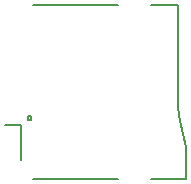
<source format=gbr>
G04 #@! TF.FileFunction,Legend,Bot*
%FSLAX46Y46*%
G04 Gerber Fmt 4.6, Leading zero omitted, Abs format (unit mm)*
G04 Created by KiCad (PCBNEW 4.0.7) date Thu Feb 22 23:31:33 2018*
%MOMM*%
%LPD*%
G01*
G04 APERTURE LIST*
%ADD10C,0.020000*%
%ADD11C,0.150000*%
G04 APERTURE END LIST*
D10*
D11*
X112393000Y-65611500D02*
X112393000Y-72961500D01*
X112393000Y-72961500D02*
X112443000Y-74311500D01*
X112443000Y-74311500D02*
X112593000Y-75461500D01*
X112593000Y-75461500D02*
X112793000Y-76561500D01*
X112793000Y-76561500D02*
X113093000Y-77611500D01*
X99093000Y-75761500D02*
X97793000Y-75761500D01*
X107293000Y-65611500D02*
X100093000Y-65611500D01*
X110093000Y-65611500D02*
X112393000Y-65611500D01*
X113093000Y-77611500D02*
X113093000Y-80311500D01*
X113093000Y-80311500D02*
X110093000Y-80311500D01*
X100093000Y-80311500D02*
X107293000Y-80311500D01*
X99693000Y-75311500D02*
X99693000Y-75011500D01*
X99693000Y-75011500D02*
X99993000Y-75011500D01*
X99993000Y-75011500D02*
X99993000Y-75311500D01*
X99993000Y-75311500D02*
X99693000Y-75311500D01*
X99093000Y-75761500D02*
X99093000Y-78761500D01*
M02*

</source>
